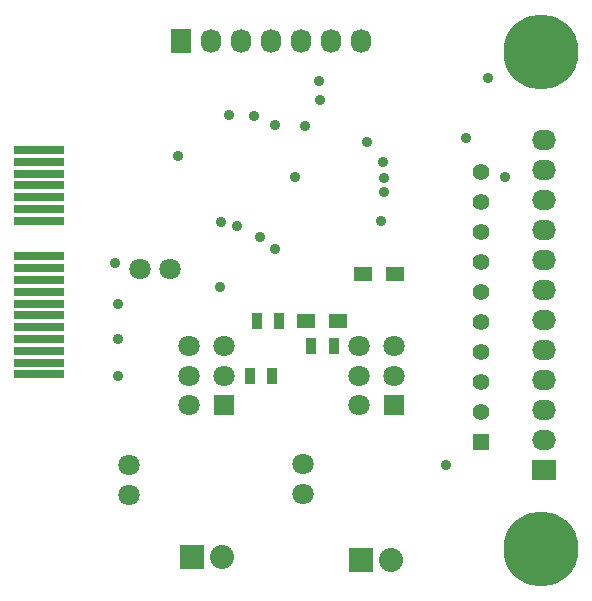
<source format=gbs>
%FSLAX46Y46*%
G04 Gerber Fmt 4.6, Leading zero omitted, Abs format (unit mm)*
G04 Created by KiCad (PCBNEW (2014-10-27 BZR 5228)-product) date 29/03/2015 08:33:29*
%MOMM*%
G01*
G04 APERTURE LIST*
%ADD10C,0.100000*%
%ADD11C,6.350000*%
%ADD12R,0.889000X1.397000*%
%ADD13C,1.800000*%
%ADD14R,1.800000X1.800000*%
%ADD15R,4.200000X0.700000*%
%ADD16R,2.032000X2.032000*%
%ADD17O,2.032000X2.032000*%
%ADD18R,1.500000X1.300000*%
%ADD19R,1.397000X1.397000*%
%ADD20C,1.397000*%
%ADD21R,2.032000X1.727200*%
%ADD22O,2.032000X1.727200*%
%ADD23R,1.727200X2.032000*%
%ADD24O,1.727200X2.032000*%
%ADD25C,0.889000*%
G04 APERTURE END LIST*
D10*
D11*
X46050000Y-3900000D03*
X46050000Y-46000000D03*
D12*
X28502500Y-28800000D03*
X26597500Y-28800000D03*
X21397500Y-31300000D03*
X23302500Y-31300000D03*
X21997500Y-26700000D03*
X23902500Y-26700000D03*
D13*
X25950000Y-41300000D03*
X25950000Y-38760000D03*
X11150000Y-38900000D03*
X11150000Y-41440000D03*
X30650000Y-33800000D03*
X30650000Y-31300000D03*
D14*
X33650000Y-33800000D03*
D13*
X30650000Y-28800000D03*
X33650000Y-28800000D03*
X33650000Y-31300000D03*
X16250000Y-33800000D03*
X16250000Y-31300000D03*
D14*
X19250000Y-33800000D03*
D13*
X16250000Y-28800000D03*
X19250000Y-28800000D03*
X19250000Y-31300000D03*
D15*
X3550000Y-31200000D03*
X3550000Y-30200000D03*
X3550000Y-29200000D03*
X3550000Y-28200000D03*
X3550000Y-27200000D03*
X3550000Y-26200000D03*
X3550000Y-25200000D03*
X3550000Y-24200000D03*
X3550000Y-23200000D03*
X3550000Y-22200000D03*
X3550000Y-21200000D03*
X3550000Y-18200000D03*
X3550000Y-17200000D03*
X3550000Y-16200000D03*
X3550000Y-15200000D03*
X3550000Y-14200000D03*
X3550000Y-13200000D03*
X3550000Y-12200000D03*
D13*
X12100000Y-22250000D03*
X14640000Y-22250000D03*
D16*
X30850000Y-46900000D03*
D17*
X33390000Y-46900000D03*
D16*
X16550000Y-46700000D03*
D17*
X19090000Y-46700000D03*
D18*
X28900000Y-26700000D03*
X26200000Y-26700000D03*
X31000000Y-22700000D03*
X33700000Y-22700000D03*
D19*
X40950000Y-36930000D03*
D20*
X40950000Y-34390000D03*
X40950000Y-31850000D03*
X40950000Y-29310000D03*
X40950000Y-26770000D03*
X40950000Y-24230000D03*
X40950000Y-21690000D03*
X40950000Y-19150000D03*
X40950000Y-16610000D03*
X40950000Y-14070000D03*
D21*
X46350000Y-39300000D03*
D22*
X46350000Y-36760000D03*
X46350000Y-34220000D03*
X46350000Y-31680000D03*
X46350000Y-29140000D03*
X46350000Y-26600000D03*
X46350000Y-24060000D03*
X46350000Y-21520000D03*
X46350000Y-18980000D03*
X46350000Y-16440000D03*
X46350000Y-13900000D03*
X46350000Y-11360000D03*
D23*
X15550000Y-3000000D03*
D24*
X18090000Y-3000000D03*
X20630000Y-3000000D03*
X23170000Y-3000000D03*
X25710000Y-3000000D03*
X28250000Y-3000000D03*
X30790000Y-3000000D03*
D25*
X41550000Y-6100000D03*
X27350000Y-8000000D03*
X26050000Y-10200000D03*
X18850000Y-23800000D03*
X15350000Y-12700000D03*
X18950000Y-18300000D03*
X32750000Y-15800000D03*
X43050000Y-14500000D03*
X32750000Y-14600000D03*
X25250000Y-14500000D03*
X9950000Y-21800000D03*
X32650000Y-13200000D03*
X39750000Y-11200000D03*
X38050000Y-38900000D03*
X10250000Y-31300000D03*
X10250000Y-28200000D03*
X10250000Y-25200000D03*
X20350000Y-18600000D03*
X19650000Y-9200000D03*
X22250000Y-19600000D03*
X21750000Y-9300000D03*
X23550000Y-20600000D03*
X23555000Y-10100000D03*
X31350000Y-11500000D03*
X27250000Y-6400000D03*
X32550000Y-18200000D03*
M02*

</source>
